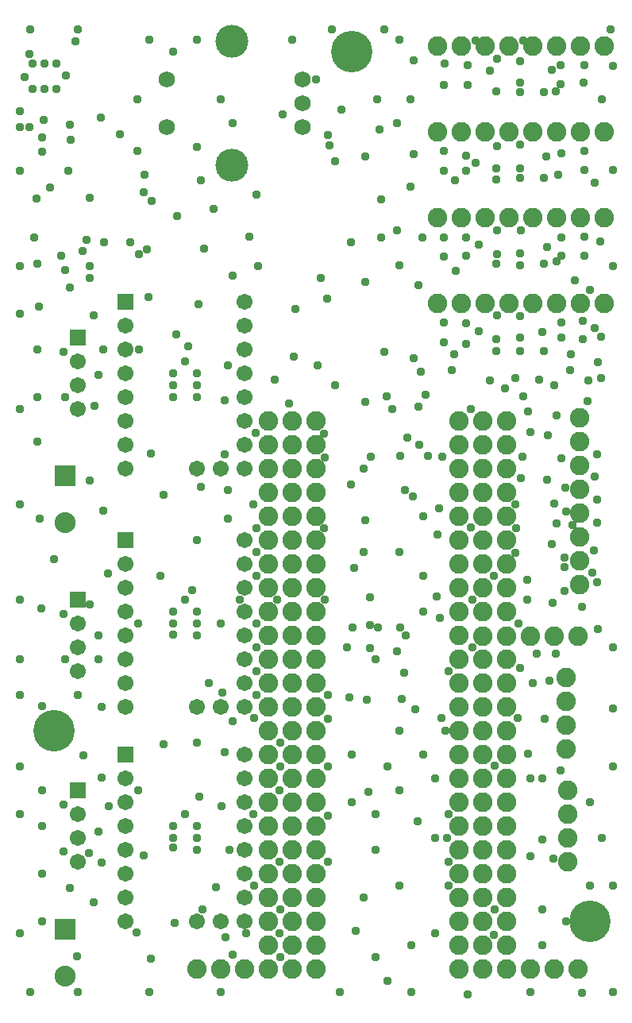
<source format=gbr>
G04 EAGLE Gerber RS-274X export*
G75*
%MOMM*%
%FSLAX34Y34*%
%LPD*%
%INSoldermask Bottom*%
%IPPOS*%
%AMOC8*
5,1,8,0,0,1.08239X$1,22.5*%
G01*
G04 Define Apertures*
%ADD10C,1.711200*%
%ADD11R,1.711200X1.711200*%
%ADD12C,2.082800*%
%ADD13R,2.235200X2.235200*%
%ADD14C,2.235200*%
%ADD15C,1.727200*%
%ADD16C,3.505200*%
%ADD17C,0.959600*%
%ADD18C,4.419600*%
D10*
X-114300Y266700D03*
X-114300Y241300D03*
X-114300Y215900D03*
X-114300Y190500D03*
X-114300Y165100D03*
X-114300Y139700D03*
X-114300Y114300D03*
X-114300Y88900D03*
D11*
X-241300Y266700D03*
D10*
X-241300Y241300D03*
X-241300Y215900D03*
X-241300Y190500D03*
X-241300Y165100D03*
X-241300Y139700D03*
X-241300Y114300D03*
X-241300Y88900D03*
X-139700Y88900D03*
X-165100Y88900D03*
X-114300Y749300D03*
X-114300Y723900D03*
X-114300Y698500D03*
X-114300Y673100D03*
X-114300Y647700D03*
X-114300Y622300D03*
X-114300Y596900D03*
X-114300Y571500D03*
D11*
X-241300Y749300D03*
D10*
X-241300Y723900D03*
X-241300Y698500D03*
X-241300Y673100D03*
X-241300Y647700D03*
X-241300Y622300D03*
X-241300Y596900D03*
X-241300Y571500D03*
X-139700Y571500D03*
X-165100Y571500D03*
D12*
X-88900Y622300D03*
X-63500Y622300D03*
X-88900Y596900D03*
X-63500Y596900D03*
X-88900Y571500D03*
X-63500Y571500D03*
X-88900Y546100D03*
X-63500Y546100D03*
X-88900Y520700D03*
X-63500Y520700D03*
X-88900Y495300D03*
X-63500Y495300D03*
X-88900Y469900D03*
X-63500Y469900D03*
X-88900Y444500D03*
X-63500Y444500D03*
X-88900Y419100D03*
X-63500Y419100D03*
X-88900Y393700D03*
X-63500Y393700D03*
X165100Y419100D03*
X139700Y419100D03*
X165100Y444500D03*
X139700Y444500D03*
X165100Y469900D03*
X139700Y469900D03*
X165100Y495300D03*
X139700Y495300D03*
X165100Y520700D03*
X139700Y520700D03*
X165100Y546100D03*
X139700Y546100D03*
X165100Y571500D03*
X139700Y571500D03*
X165100Y596900D03*
X139700Y596900D03*
X165100Y622300D03*
X139700Y622300D03*
X-165100Y38100D03*
X-139700Y38100D03*
X-114300Y38100D03*
X-88900Y38100D03*
X-63500Y38100D03*
D13*
X-306070Y563920D03*
D14*
X-306070Y513920D03*
D12*
X243151Y625818D03*
X243151Y600418D03*
X243151Y575018D03*
X243151Y549618D03*
X243151Y524218D03*
X243151Y498818D03*
X243151Y473418D03*
X243151Y448018D03*
X139700Y393192D03*
X165100Y393192D03*
X190500Y393192D03*
X215900Y393192D03*
X241300Y393192D03*
X139700Y38608D03*
X165100Y38608D03*
X190500Y38608D03*
X215900Y38608D03*
X241300Y38608D03*
D13*
X-306070Y80480D03*
D14*
X-306070Y30480D03*
D12*
X165100Y63500D03*
X165100Y88900D03*
X165100Y114300D03*
X165100Y139700D03*
X165100Y165100D03*
X165100Y190500D03*
X165100Y215900D03*
X165100Y241300D03*
X165100Y266700D03*
X165100Y292100D03*
X165100Y317500D03*
X165100Y342900D03*
X165100Y368300D03*
X139700Y368300D03*
X139700Y342900D03*
X139700Y317500D03*
X139700Y292100D03*
X139700Y266700D03*
X139700Y241300D03*
X139700Y215900D03*
X139700Y190500D03*
X139700Y165100D03*
X139700Y139700D03*
X139700Y114300D03*
X139700Y88900D03*
X139700Y63500D03*
X-88900Y368300D03*
X-63500Y368300D03*
X-88900Y342900D03*
X-63500Y342900D03*
X-88900Y317500D03*
X-63500Y317500D03*
X-88900Y292100D03*
X-63500Y292100D03*
X-88900Y266700D03*
X-63500Y266700D03*
X-88900Y241300D03*
X-63500Y241300D03*
X-88900Y215900D03*
X-63500Y215900D03*
X-88900Y190500D03*
X-63500Y190500D03*
X-88900Y165100D03*
X-63500Y165100D03*
X-88900Y139700D03*
X-63500Y139700D03*
D15*
X-53030Y961390D03*
X-197810Y986790D03*
D16*
X-127960Y1027430D03*
X-127960Y895350D03*
D15*
X-197810Y935990D03*
X-53030Y986790D03*
X-53030Y935990D03*
D12*
X-38100Y368300D03*
X-38100Y342900D03*
X-38100Y317500D03*
X-38100Y292100D03*
X-38100Y266700D03*
X-38100Y241300D03*
X-38100Y215900D03*
X-38100Y190500D03*
X-38100Y165100D03*
X-38100Y139700D03*
X-38100Y114300D03*
X-38100Y88900D03*
X-38100Y63500D03*
X-38100Y38100D03*
X114300Y368300D03*
X114300Y342900D03*
X114300Y317500D03*
X114300Y292100D03*
X114300Y266700D03*
X114300Y241300D03*
X114300Y215900D03*
X114300Y190500D03*
X114300Y165100D03*
X114300Y139700D03*
X114300Y114300D03*
X114300Y88900D03*
X114300Y63500D03*
X114300Y38100D03*
X114300Y419100D03*
X114300Y444500D03*
X114300Y469900D03*
X114300Y495300D03*
X114300Y520700D03*
X114300Y546100D03*
X114300Y571500D03*
X114300Y596900D03*
X114300Y622300D03*
X-38100Y622300D03*
X-38100Y596900D03*
X-38100Y571500D03*
X-38100Y546100D03*
X-38100Y520700D03*
X-38100Y495300D03*
X-38100Y469900D03*
X-38100Y444500D03*
X-38100Y419100D03*
X-38100Y393700D03*
X114300Y393700D03*
X-88900Y63500D03*
X-63500Y63500D03*
X-88900Y114300D03*
X-63500Y114300D03*
X229870Y152400D03*
X229870Y177800D03*
X229870Y203200D03*
X229870Y228600D03*
X228600Y273050D03*
X228600Y298450D03*
X228600Y323850D03*
X228600Y349250D03*
X91440Y1022350D03*
X116840Y1022350D03*
X142240Y1022350D03*
X167640Y1022350D03*
X193040Y1022350D03*
X218440Y1022350D03*
X243840Y1022350D03*
X269240Y1022350D03*
X91440Y930910D03*
X116840Y930910D03*
X142240Y930910D03*
X167640Y930910D03*
X193040Y930910D03*
X218440Y930910D03*
X243840Y930910D03*
X269240Y930910D03*
X91440Y839470D03*
X116840Y839470D03*
X142240Y839470D03*
X167640Y839470D03*
X193040Y839470D03*
X218440Y839470D03*
X243840Y839470D03*
X269240Y839470D03*
X90969Y748030D03*
X116369Y748030D03*
X141769Y748030D03*
X167169Y748030D03*
X192569Y748030D03*
X217969Y748030D03*
X243369Y748030D03*
X268769Y748030D03*
D10*
X-114300Y495300D03*
X-114300Y469900D03*
X-114300Y444500D03*
X-114300Y419100D03*
X-114300Y393700D03*
X-114300Y368300D03*
X-114300Y342900D03*
X-114300Y317500D03*
D11*
X-241300Y495300D03*
D10*
X-241300Y469900D03*
X-241300Y444500D03*
X-241300Y419100D03*
X-241300Y393700D03*
X-241300Y368300D03*
X-241300Y342900D03*
X-241300Y317500D03*
X-139700Y317500D03*
X-165100Y317500D03*
D12*
X-88900Y88900D03*
X-63500Y88900D03*
D11*
X-292100Y228600D03*
D10*
X-292100Y203200D03*
X-292100Y177800D03*
X-292100Y152400D03*
D11*
X-292100Y431800D03*
D10*
X-292100Y406400D03*
X-292100Y381000D03*
X-292100Y355600D03*
D11*
X-292100Y711200D03*
D10*
X-292100Y685800D03*
X-292100Y660400D03*
X-292100Y635000D03*
D17*
X-279400Y558800D03*
X50800Y228600D03*
X25400Y165100D03*
X25400Y50800D03*
X-226845Y800429D03*
X190500Y158270D03*
X217170Y974090D03*
X179070Y982980D03*
X179070Y891540D03*
X153670Y891540D03*
X219710Y885190D03*
X218440Y792480D03*
X179070Y801370D03*
X154940Y800100D03*
X179070Y711200D03*
X153670Y709930D03*
X233680Y693420D03*
X266700Y965200D03*
X187960Y267970D03*
X-279400Y774700D03*
X-26670Y753110D03*
X-165100Y1028700D03*
X34290Y695960D03*
X-217170Y754380D03*
X278158Y381000D03*
X278158Y127000D03*
X278158Y254000D03*
X-74051Y949452D03*
X-33382Y774700D03*
X-228600Y965200D03*
X-279400Y787400D03*
X-25400Y927100D03*
X-101600Y863600D03*
X50800Y1028700D03*
X-177800Y203200D03*
X-135890Y586740D03*
X-165100Y279400D03*
D18*
X254000Y88900D03*
D17*
X222730Y250190D03*
X258914Y876300D03*
X-321898Y871351D03*
X-23591Y916209D03*
X31270Y858520D03*
X31270Y817880D03*
X47978Y939800D03*
X47978Y825500D03*
X-159230Y101600D03*
X203200Y241300D03*
X190500Y241300D03*
X254000Y215900D03*
X266700Y177800D03*
X254000Y127000D03*
X228600Y88900D03*
X203200Y63500D03*
X203200Y101600D03*
X50800Y127000D03*
X12700Y114300D03*
X25400Y203200D03*
X270Y266700D03*
X-25400Y330200D03*
X-25400Y304800D03*
X50800Y292100D03*
X53340Y326390D03*
X25400Y368300D03*
X38100Y254000D03*
X76200Y266700D03*
X88900Y241300D03*
X99596Y292100D03*
X88900Y76200D03*
X63500Y63500D03*
X38100Y25400D03*
X-12700Y13942D03*
X-139700Y13942D03*
X190500Y13942D03*
X63500Y13942D03*
X278158Y13942D03*
X-215900Y13942D03*
X-292100Y13942D03*
X-342900Y13942D03*
X-330200Y88900D03*
X-330200Y139700D03*
X-330200Y190500D03*
X-330200Y228600D03*
X-354358Y203200D03*
X-354358Y254000D03*
X-354358Y76200D03*
X-354358Y736600D03*
X-354358Y635000D03*
X-354358Y533400D03*
X-354358Y431800D03*
X-354358Y368300D03*
X-354358Y330200D03*
X-354358Y787400D03*
X-354358Y952500D03*
X-342900Y1040158D03*
X-292100Y1040158D03*
X-215900Y1028700D03*
X-190500Y1016000D03*
X-127000Y939800D03*
X-139700Y965200D03*
X-165100Y914400D03*
X-63500Y1028700D03*
X17780Y227330D03*
X91440Y501650D03*
X90170Y435610D03*
X92710Y529590D03*
X76200Y520700D03*
X76200Y457200D03*
X76200Y419100D03*
X12700Y482600D03*
X199390Y666750D03*
X182880Y648970D03*
X232410Y676910D03*
X218440Y628650D03*
X208280Y560070D03*
X174227Y481567D03*
X175260Y508000D03*
X186690Y453390D03*
X186690Y431800D03*
X93980Y412750D03*
X128270Y431800D03*
X251460Y643890D03*
X278158Y316230D03*
X278158Y787400D03*
X278130Y890270D03*
X278158Y1000760D03*
X275590Y1040158D03*
X34290Y1040158D03*
X-21590Y1040158D03*
X110490Y782320D03*
X50800Y788670D03*
X74930Y817880D03*
X62230Y872490D03*
X66040Y906780D03*
X132080Y897890D03*
X208280Y807720D03*
X207010Y904240D03*
X109220Y693420D03*
X203200Y717550D03*
X237490Y772160D03*
X209222Y607060D03*
X-67310Y641350D03*
X-132080Y548640D03*
X-132080Y518160D03*
X-127000Y302260D03*
X-138430Y332740D03*
X-135890Y269240D03*
X-162560Y222250D03*
X-170180Y441960D03*
X-266700Y317500D03*
X-292100Y330200D03*
X-331470Y422910D03*
X-330200Y318770D03*
X-317500Y474980D03*
X-275590Y109220D03*
X-300990Y124460D03*
X-259080Y212090D03*
X-270510Y368300D03*
X-270510Y393700D03*
X-265430Y698500D03*
X-275590Y735330D03*
X-300990Y938530D03*
X-302260Y889000D03*
X-222250Y866140D03*
X-228600Y910590D03*
X-267970Y946150D03*
X-287020Y803910D03*
X-264160Y812800D03*
X-218440Y805180D03*
X-213360Y857250D03*
X-220980Y885190D03*
X-299720Y922020D03*
X-328930Y943610D03*
X-330200Y909320D03*
X-294640Y1027430D03*
X-304800Y990600D03*
X-344170Y1013460D03*
X-247650Y928370D03*
X-161290Y878840D03*
X-186690Y840740D03*
X-109220Y819150D03*
X-127000Y777240D03*
X-157480Y806450D03*
X-163830Y746760D03*
X-36830Y681990D03*
X-100330Y787400D03*
X193040Y342900D03*
X196850Y374650D03*
X179070Y359410D03*
X99060Y1003300D03*
X213360Y996950D03*
X121920Y704850D03*
X121920Y726440D03*
X223520Y727710D03*
X223520Y711200D03*
X247650Y819150D03*
X247650Y798830D03*
X223520Y798830D03*
X223520Y817880D03*
X121920Y817880D03*
X121920Y798830D03*
X121920Y889000D03*
X121920Y905510D03*
X247650Y910590D03*
X247650Y890270D03*
X223520Y908050D03*
X247650Y1002030D03*
X222250Y1002030D03*
X222250Y981710D03*
X123824Y980440D03*
X123269Y1001475D03*
X-344170Y935990D03*
X-354358Y935990D03*
X-354358Y889000D03*
X-330200Y924560D03*
X-283210Y815340D03*
X-279400Y860473D03*
X-236220Y812800D03*
X204470Y881380D03*
X179070Y881380D03*
X153670Y880110D03*
X153670Y974090D03*
X179070Y972820D03*
X204470Y972820D03*
X204470Y789940D03*
X179070Y788670D03*
X153670Y789940D03*
X204470Y697230D03*
X179070Y697230D03*
X153670Y697230D03*
X97799Y727710D03*
X109700Y878840D03*
X98270Y980440D03*
X97799Y706266D03*
X98420Y889000D03*
X98420Y910590D03*
X98420Y797560D03*
X98420Y817880D03*
X62230Y965200D03*
X66040Y1007110D03*
X71120Y767080D03*
X13970Y516890D03*
X13970Y642620D03*
X13970Y770890D03*
X13970Y904240D03*
X310Y402590D03*
X-30005Y508000D03*
X-10891Y954309D03*
X67376Y314960D03*
X56641Y548640D03*
X71754Y597098D03*
X-2380Y327660D03*
X16360Y325120D03*
X19182Y434340D03*
X-960Y554990D03*
X-960Y812800D03*
X173990Y533400D03*
X213032Y491490D03*
X58749Y604586D03*
X64770Y542290D03*
X227073Y476865D03*
X252052Y665480D03*
X213652Y428178D03*
X226670Y441197D03*
X226499Y466425D03*
X256744Y460636D03*
X223520Y582930D03*
X-269862Y671208D03*
X-274281Y638849D03*
X-279254Y426636D03*
X-266700Y151660D03*
X-280515Y161925D03*
X-270637Y185067D03*
X262409Y400531D03*
X-286387Y266063D03*
X-165100Y495300D03*
X-139700Y406400D03*
X12700Y571500D03*
X-59860Y741680D03*
X66040Y689300D03*
X-29608Y609202D03*
X-28973Y583167D03*
X-29210Y431800D03*
X2540Y466090D03*
X-82578Y666750D03*
X-25400Y152400D03*
X-25400Y201930D03*
X-25400Y254000D03*
X-139220Y212090D03*
X270Y215900D03*
X-266700Y242570D03*
X-260350Y459740D03*
X-265430Y527050D03*
X-227330Y698500D03*
X154940Y735330D03*
X179070Y734060D03*
X154940Y825500D03*
X180340Y825500D03*
X154940Y915670D03*
X179070Y916940D03*
X154940Y1008380D03*
X179070Y1005840D03*
X102870Y152400D03*
X102870Y127000D03*
X101600Y177800D03*
X102870Y203200D03*
X95250Y306070D03*
X102870Y355600D03*
X177800Y406400D03*
X214630Y156210D03*
X-105410Y533400D03*
X-102870Y609600D03*
X-132080Y681990D03*
X-101600Y355600D03*
X-101600Y330200D03*
X-101600Y381000D03*
X-101600Y406400D03*
X-119767Y431800D03*
X-101600Y482600D03*
X-101600Y457200D03*
X-101600Y508000D03*
X-204244Y457200D03*
X-227556Y406400D03*
X-227556Y228600D03*
X-229991Y77244D03*
X-188608Y87008D03*
X-165100Y190500D03*
X-165100Y177800D03*
X-165100Y165100D03*
X-190500Y177800D03*
X-190500Y190500D03*
X-165100Y393700D03*
X-165100Y406400D03*
X-165100Y419100D03*
X-190500Y419100D03*
X-190500Y406400D03*
X-177800Y431800D03*
X-165100Y647700D03*
X-165100Y660400D03*
X-165100Y673100D03*
X-190500Y673100D03*
X-190500Y660400D03*
X-190500Y647700D03*
X-177800Y685800D03*
X-187191Y714509D03*
X-174971Y702289D03*
X-221602Y159398D03*
X-190500Y167640D03*
X-190500Y394970D03*
X-314960Y1003300D03*
X-327660Y1003300D03*
X-340360Y1003300D03*
X-340360Y976630D03*
X-327660Y976630D03*
X-314960Y976630D03*
X-349278Y989330D03*
X247470Y983160D03*
X182344Y1027712D03*
X131544Y1027712D03*
X26642Y965200D03*
X146928Y995680D03*
X264677Y814070D03*
X265768Y712470D03*
X265768Y668460D03*
X261196Y587180D03*
X261196Y538480D03*
X261196Y514058D03*
X235056Y511518D03*
X261196Y450943D03*
X262252Y685112D03*
X246126Y709930D03*
X246126Y728980D03*
X216079Y660221D03*
X18928Y405130D03*
X36830Y648562D03*
X106680Y676502D03*
X73660Y675232D03*
X51054Y482600D03*
X217780Y374040D03*
X135636Y717730D03*
X258898Y563145D03*
X258194Y484586D03*
X215436Y534461D03*
X135148Y810260D03*
X190172Y610870D03*
X228447Y525973D03*
X227330Y551180D03*
X188139Y632281D03*
X43004Y635176D03*
X127000Y635424D03*
X78740Y650608D03*
X163501Y656919D03*
X174296Y667714D03*
X147320Y665480D03*
X71120Y637540D03*
X176530Y306070D03*
X205740Y304800D03*
X210820Y345440D03*
X55880Y354330D03*
X48260Y377190D03*
X57150Y393700D03*
X128270Y381000D03*
X-80010Y431800D03*
X-105410Y203200D03*
X-130810Y165100D03*
X-161290Y552450D03*
X-214630Y588010D03*
X-200660Y543560D03*
X-200660Y278130D03*
X3810Y78740D03*
X29210Y933450D03*
X-17780Y899160D03*
X-147320Y848360D03*
X-76200Y50800D03*
X-77470Y76200D03*
X-76200Y101600D03*
X-113030Y76054D03*
X-77470Y152400D03*
X-77470Y228600D03*
X-76200Y254000D03*
X-76200Y279400D03*
X-104140Y306070D03*
X181610Y584200D03*
X127000Y509270D03*
X151130Y457200D03*
X245110Y424180D03*
X152400Y255270D03*
X203200Y176530D03*
X245110Y12700D03*
X123190Y11402D03*
X-62230Y690880D03*
X-17780Y660400D03*
X-332740Y518160D03*
X-339090Y817880D03*
X-336550Y859790D03*
X-301018Y764540D03*
X-306083Y783577D03*
X-335280Y600710D03*
X-335280Y789940D03*
X-335280Y698500D03*
X-335280Y647700D03*
X-334010Y744220D03*
X-309893Y798817D03*
X-134633Y72377D03*
X-307340Y416560D03*
X-306070Y368300D03*
X-307340Y213360D03*
X-307340Y163830D03*
X-307340Y695960D03*
X-306070Y647700D03*
X151130Y74930D03*
X152400Y101600D03*
X180340Y561325D03*
X-38100Y986790D03*
X-214630Y49530D03*
X-127000Y53340D03*
X-293370Y52070D03*
X-104140Y127000D03*
X-144780Y125730D03*
X-152400Y342900D03*
X51561Y402590D03*
X-135752Y644533D03*
X28016Y401876D03*
X-5532Y380734D03*
X19182Y380500D03*
X20320Y584200D03*
X96520Y584200D03*
X81280Y585455D03*
X51561Y585470D03*
X254000Y762000D03*
X258770Y721669D03*
X218287Y513080D03*
X88900Y177800D03*
X69850Y195580D03*
D18*
X0Y1016000D03*
X-317500Y292100D03*
M02*

</source>
